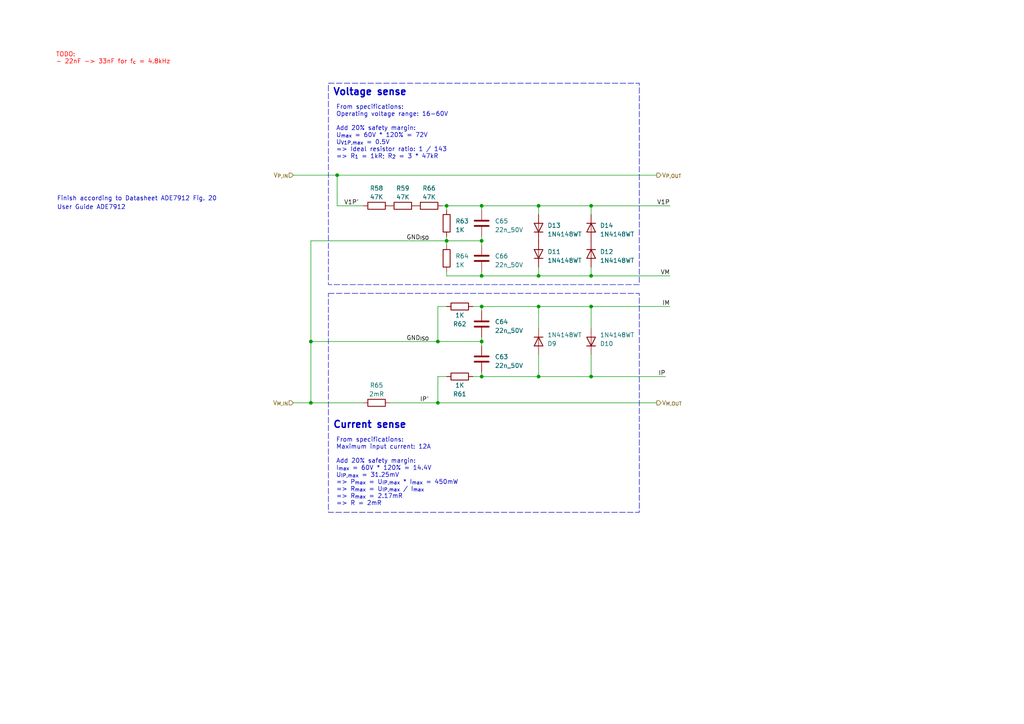
<source format=kicad_sch>
(kicad_sch (version 20230121) (generator eeschema)
  (paper "A4")
  (lib_symbols
    (symbol "_C_0603:22n_50V" (pin_numbers hide) (pin_names (offset 0.254))
      (property "Reference" "C" (at 0.635 2.54 0))
      (property "Value" "22n_50V" (at 0.635 -2.54 0))
      (symbol "22n_50V_0_1"
        (polyline (pts (xy -2.032 -0.762) (xy 2.032 -0.762)) (stroke (width 0.508)))
        (polyline (pts (xy -2.032 0.762) (xy 2.032 0.762)) (stroke (width 0.508)))
      )
      (symbol "22n_50V_1_1"
        (pin passive line (at 0 3.81 270) (length 2.794) (name "~") (number "1"))
        (pin passive line (at 0 -3.81 90) (length 2.794) (name "~") (number "2"))
      )
    )
    (symbol "_Diode:1N4148WT" (pin_numbers hide) (pin_names (offset 1.016) hide)
      (property "Reference" "D" (at 0 2.54 0))
      (property "Value" "1N4148WT" (at 0 -2.54 0))
      (symbol "1N4148WT_0_1"
        (polyline (pts (xy -1.27 1.27) (xy -1.27 -1.27)) (stroke (width 0.254)))
        (polyline (pts (xy 1.27 0) (xy -1.27 0)))
        (polyline (pts (xy 1.27 1.27) (xy 1.27 -1.27) (xy -1.27 0) (xy 1.27 1.27)) (stroke (width 0.254)))
      )
      (symbol "1N4148WT_1_1"
        (pin passive line (at -3.81 0 0) (length 2.54) (name "K") (number "1"))
        (pin passive line (at 3.81 0 180) (length 2.54) (name "A") (number "2"))
      )
    )
    (symbol "_R_0603:1K" (pin_numbers hide) (pin_names (offset 0))
      (property "Reference" "R" (at 2.032 0 90))
      (property "Value" "1K" (at 0 0 90))
      (symbol "1K_0_1"
        (rectangle (start -1.016 -2.54) (end 1.016 2.54) (stroke (width 0.254)))
      )
      (symbol "1K_1_1"
        (pin passive line (at 0 3.81 270) (length 1.27) (name "~") (number "1"))
        (pin passive line (at 0 -3.81 90) (length 1.27) (name "~") (number "2"))
      )
    )
    (symbol "_R_0603:47K" (pin_numbers hide) (pin_names (offset 0))
      (property "Reference" "R" (at 2.032 0 90))
      (property "Value" "47K" (at 0 0 90))
      (symbol "47K_0_1"
        (rectangle (start -1.016 -2.54) (end 1.016 2.54) (stroke (width 0.254)))
      )
      (symbol "47K_1_1"
        (pin passive line (at 0 3.81 270) (length 1.27) (name "~") (number "1"))
        (pin passive line (at 0 -3.81 90) (length 1.27) (name "~") (number "2"))
      )
    )
    (symbol "_R_2512:2mR" (pin_numbers hide) (pin_names (offset 0))
      (property "Reference" "R" (at 2.032 0 90))
      (property "Value" "2mR" (at 0 0 90))
      (symbol "2mR_0_1"
        (rectangle (start -1.016 -2.54) (end 1.016 2.54) (stroke (width 0.254)))
      )
      (symbol "2mR_1_1"
        (pin passive line (at 0 3.81 270) (length 1.27) (name "~") (number "1"))
        (pin passive line (at 0 -3.81 90) (length 1.27) (name "~") (number "2"))
      )
    )
  )
  (junction (at 156.21 59.69))
  (junction (at 129.54 69.85))
  (junction (at 139.7 109.22))
  (junction (at 127 116.84))
  (junction (at 171.45 80.01))
  (junction (at 90.17 116.84))
  (junction (at 139.7 69.85))
  (junction (at 156.21 80.01))
  (junction (at 139.7 99.06))
  (junction (at 127 99.06))
  (junction (at 139.7 59.69))
  (junction (at 139.7 80.01))
  (junction (at 156.21 109.22))
  (junction (at 90.17 99.06))
  (junction (at 97.79 50.8))
  (junction (at 156.21 88.9))
  (junction (at 129.54 59.69))
  (junction (at 139.7 88.9))
  (junction (at 171.45 59.69))
  (junction (at 171.45 109.22))
  (junction (at 171.45 88.9))
  (wire (pts (xy 139.7 69.85) (xy 139.7 71.12)))
  (wire (pts (xy 171.45 77.47) (xy 171.45 80.01)))
  (wire (pts (xy 127 116.84) (xy 190.5 116.84)))
  (wire (pts (xy 129.54 59.69) (xy 139.7 59.69)))
  (wire (pts (xy 97.79 50.8) (xy 190.5 50.8)))
  (wire (pts (xy 171.45 102.87) (xy 171.45 109.22)))
  (wire (pts (xy 171.45 88.9) (xy 194.31 88.9)))
  (wire (pts (xy 129.54 80.01) (xy 129.54 78.74)))
  (wire (pts (xy 139.7 109.22) (xy 139.7 107.95)))
  (wire (pts (xy 171.45 80.01) (xy 156.21 80.01)))
  (wire (pts (xy 171.45 109.22) (xy 193.04 109.22)))
  (wire (pts (xy 129.54 69.85) (xy 139.7 69.85)))
  (wire (pts (xy 129.54 60.96) (xy 129.54 59.69)))
  (wire (pts (xy 139.7 90.17) (xy 139.7 88.9)))
  (wire (pts (xy 156.21 80.01) (xy 139.7 80.01)))
  (wire (pts (xy 97.79 59.69) (xy 105.41 59.69)))
  (wire (pts (xy 156.21 80.01) (xy 156.21 77.47)))
  (wire (pts (xy 156.21 62.23) (xy 156.21 59.69)))
  (wire (pts (xy 129.54 80.01) (xy 139.7 80.01)))
  (wire (pts (xy 127 99.06) (xy 139.7 99.06)))
  (wire (pts (xy 156.21 102.87) (xy 156.21 109.22)))
  (wire (pts (xy 137.16 109.22) (xy 139.7 109.22)))
  (wire (pts (xy 171.45 109.22) (xy 156.21 109.22)))
  (wire (pts (xy 171.45 95.25) (xy 171.45 88.9)))
  (wire (pts (xy 156.21 95.25) (xy 156.21 88.9)))
  (wire (pts (xy 127 88.9) (xy 127 99.06)))
  (wire (pts (xy 129.54 68.58) (xy 129.54 69.85)))
  (wire (pts (xy 129.54 88.9) (xy 127 88.9)))
  (wire (pts (xy 139.7 68.58) (xy 139.7 69.85)))
  (wire (pts (xy 171.45 80.01) (xy 194.31 80.01)))
  (wire (pts (xy 171.45 88.9) (xy 156.21 88.9)))
  (wire (pts (xy 90.17 99.06) (xy 127 99.06)))
  (wire (pts (xy 127 116.84) (xy 127 109.22)))
  (wire (pts (xy 90.17 116.84) (xy 105.41 116.84)))
  (wire (pts (xy 139.7 109.22) (xy 156.21 109.22)))
  (wire (pts (xy 171.45 59.69) (xy 156.21 59.69)))
  (wire (pts (xy 129.54 69.85) (xy 129.54 71.12)))
  (wire (pts (xy 171.45 62.23) (xy 171.45 59.69)))
  (wire (pts (xy 90.17 99.06) (xy 90.17 69.85)))
  (wire (pts (xy 113.03 116.84) (xy 127 116.84)))
  (wire (pts (xy 85.09 116.84) (xy 90.17 116.84)))
  (wire (pts (xy 139.7 88.9) (xy 137.16 88.9)))
  (wire (pts (xy 139.7 100.33) (xy 139.7 99.06)))
  (wire (pts (xy 127 109.22) (xy 129.54 109.22)))
  (wire (pts (xy 90.17 69.85) (xy 129.54 69.85)))
  (wire (pts (xy 139.7 78.74) (xy 139.7 80.01)))
  (wire (pts (xy 90.17 116.84) (xy 90.17 99.06)))
  (wire (pts (xy 171.45 59.69) (xy 194.31 59.69)))
  (wire (pts (xy 139.7 59.69) (xy 139.7 60.96)))
  (wire (pts (xy 156.21 88.9) (xy 139.7 88.9)))
  (wire (pts (xy 139.7 99.06) (xy 139.7 97.79)))
  (wire (pts (xy 156.21 59.69) (xy 139.7 59.69)))
  (wire (pts (xy 85.09 50.8) (xy 97.79 50.8)))
  (wire (pts (xy 128.27 59.69) (xy 129.54 59.69)))
  (wire (pts (xy 97.79 59.69) (xy 97.79 50.8)))
  (rectangle (start 95.25 24.13) (end 185.42 82.55) (stroke (width 0) (type dash)))
  (rectangle (start 95.25 85.09) (end 185.42 148.59) (stroke (width 0) (type dash)))
  (text_box "From specifications:\nOperating voltage range: 16-60V\n\nAdd 20% safety margin:\nU_{max} = 60V * 120% = 72V\nU_{V1P,max} = 0.5V\n=> Ideal resistor ratio: 1 / 143\n=> R_{1} = 1kR; R_{2} = 3 * 47kR" (at 96.52 29.21 0) (size 41.91 17.78) (stroke (width -0.0001)) (effects (font (size 1.27 1.27)) (justify left top)))
  (text_box "TODO: \n- 22nF -> 33nF for f_{c} = 4.8kHz" (at 15.24 13.97 0) (size 40.64 10.16) (stroke (width -0.0001)) (effects (font (size 1.27 1.27)) (justify left top)))
  (text_box "From specifications:\nMaximum input current: 12A\n\nAdd 20% safety margin:\nI_{max} = 60V * 120% = 14.4V\nU_{IP,max} = 31.25mV\n=> P_{max} = U_{IP,max} * I_{max} = 450mW\n=> R_{max} = U_{IP,max} / I_{max}\n=> R_{max} = 2.17mR\n=> R = 2mR" (at 96.52 125.73 0) (size 41.91 22.86) (stroke (width -0.0001)) (effects (font (size 1.27 1.27)) (justify left top)))
  (text "Finish according to Datasheet ADE7912 Fig. 20" (at 16.51 58.42 0) (effects (font (size 1.27 1.27)) (justify left bottom)))
  (text "User Guide ADE7912" (at 16.51 60.96 0) (effects (font (size 1.27 1.27)) (justify left bottom)))
  (text "Voltage sense" (at 96.52 27.94 0) (effects (font (size 2 2) (thickness 0.4) bold) (justify left bottom)))
  (text "Current sense" (at 96.52 124.46 0) (effects (font (size 2 2) (thickness 0.4) bold) (justify left bottom)))
  (label "GND_{ISO}" (at 124.46 69.85 180))
  (label "IP" (at 193.04 109.22 180))
  (label "V1P" (at 194.31 59.69 180))
  (label "V1P'" (at 104.14 59.69 180))
  (label "IP'" (at 124.46 116.84 180))
  (label "IM" (at 194.31 88.9 180))
  (label "GND_{ISO}" (at 124.46 99.06 180))
  (label "VM" (at 194.31 80.01 180))
  (hierarchical_label "V_{M,IN}" (shape input) (at 85.09 116.84 180))
  (hierarchical_label "V_{P,OUT}" (shape output) (at 190.5 50.8 0))
  (hierarchical_label "V_{P,IN}" (shape input) (at 85.09 50.8 180))
  (hierarchical_label "V_{M,OUT}" (shape output) (at 190.5 116.84 0))
  (symbol (lib_id "_Diode:1N4148WT") (at 171.45 66.04 270) (unit 1)
    (property "Reference" "D14" (at 173.99 65.405 90) (effects (justify left)))
    (property "Value" "1N4148WT" (at 173.99 67.945 90) (effects (justify left)))
    (property "Footprint" "Diode_SMD:D_0603_1608Metric" (effects hide))
    (property "Sim.Device" "D" (effects hide))
    (property "Sim.Pins" "1=K 2=A" (effects hide))
    (property "OC_MOUSER" "750-CDSU4148" (effects hide))
  )
  (symbol (lib_id "_R_0603:47K") (at 109.22 59.69 90) (unit 1)
    (property "Reference" "R58" (at 109.22 54.61 90))
    (property "Value" "47K" (at 109.22 57.15 90))
    (property "Footprint" "Resistor_SMD:R_0603_1608Metric" (effects hide))
    (property "OC_LCSC" "C25819" (effects hide))
  )
  (symbol (lib_id "_Diode:1N4148WT") (at 171.45 99.06 270) (mirror x) (unit 1)
    (property "Reference" "D10" (at 173.99 99.695 90) (effects (justify left)))
    (property "Value" "1N4148WT" (at 173.99 97.155 90) (effects (justify left)))
    (property "Footprint" "Diode_SMD:D_0603_1608Metric" (effects hide))
    (property "Sim.Device" "D" (effects hide))
    (property "Sim.Pins" "1=K 2=A" (effects hide))
    (property "OC_MOUSER" "750-CDSU4148" (effects hide))
  )
  (symbol (lib_id "_R_0603:1K") (at 129.54 74.93 0) (unit 1)
    (property "Reference" "R64" (at 132.08 74.295 0) (effects (justify left)))
    (property "Value" "1K" (at 132.08 76.835 0) (effects (justify left)))
    (property "Footprint" "Resistor_SMD:R_0603_1608Metric" (effects hide))
    (property "OC_MOUSER" "603-AC0603FR-071KL" (effects hide))
  )
  (symbol (lib_id "_Diode:1N4148WT") (at 156.21 99.06 90) (mirror x) (unit 1)
    (property "Reference" "D9" (at 158.75 99.695 90) (effects (justify right)))
    (property "Value" "1N4148WT" (at 158.75 97.155 90) (effects (justify right)))
    (property "Footprint" "Diode_SMD:D_0603_1608Metric" (effects hide))
    (property "Sim.Device" "D" (effects hide))
    (property "Sim.Pins" "1=K 2=A" (effects hide))
    (property "OC_MOUSER" "750-CDSU4148" (effects hide))
  )
  (symbol (lib_id "_R_0603:47K") (at 116.84 59.69 90) (unit 1)
    (property "Reference" "R59" (at 116.84 54.61 90))
    (property "Value" "47K" (at 116.84 57.15 90))
    (property "Footprint" "Resistor_SMD:R_0603_1608Metric" (effects hide))
    (property "OC_LCSC" "C25819" (effects hide))
  )
  (symbol (lib_id "_Diode:1N4148WT") (at 171.45 73.66 270) (unit 1)
    (property "Reference" "D12" (at 173.99 73.025 90) (effects (justify left)))
    (property "Value" "1N4148WT" (at 173.99 75.565 90) (effects (justify left)))
    (property "Footprint" "Diode_SMD:D_0603_1608Metric" (effects hide))
    (property "Sim.Device" "D" (effects hide))
    (property "Sim.Pins" "1=K 2=A" (effects hide))
    (property "OC_MOUSER" "750-CDSU4148" (effects hide))
  )
  (symbol (lib_id "_C_0603:22n_50V") (at 139.7 74.93 0) (unit 1)
    (property "Reference" "C66" (at 143.51 74.295 0) (effects (justify left)))
    (property "Value" "22n_50V" (at 143.51 76.835 0) (effects (justify left)))
    (property "Footprint" "Capacitor_SMD:C_0603_1608Metric" (effects hide))
    (property "OC_LCSC" "C1532" (effects hide))
  )
  (symbol (lib_id "_R_0603:1K") (at 129.54 64.77 0) (unit 1)
    (property "Reference" "R63" (at 132.08 64.135 0) (effects (justify left)))
    (property "Value" "1K" (at 132.08 66.675 0) (effects (justify left)))
    (property "Footprint" "Resistor_SMD:R_0603_1608Metric" (effects hide))
    (property "OC_MOUSER" "603-AC0603FR-071KL" (effects hide))
  )
  (symbol (lib_id "_R_2512:2mR") (at 109.22 116.84 90) (unit 1)
    (property "Reference" "R65" (at 109.22 111.76 90))
    (property "Value" "2mR" (at 109.22 114.3 90))
    (property "Footprint" "Resistor_SMD:R_2512_6332Metric" (effects hide))
    (property "OC_MOUSER" "71-WSLP25122L000FEA" (effects hide))
  )
  (symbol (lib_id "_Diode:1N4148WT") (at 156.21 73.66 90) (unit 1)
    (property "Reference" "D11" (at 158.75 73.025 90) (effects (justify right)))
    (property "Value" "1N4148WT" (at 158.75 75.565 90) (effects (justify right)))
    (property "Footprint" "Diode_SMD:D_0603_1608Metric" (effects hide))
    (property "Sim.Device" "D" (effects hide))
    (property "Sim.Pins" "1=K 2=A" (effects hide))
    (property "OC_MOUSER" "750-CDSU4148" (effects hide))
  )
  (symbol (lib_id "_Diode:1N4148WT") (at 156.21 66.04 90) (unit 1)
    (property "Reference" "D13" (at 158.75 65.405 90) (effects (justify right)))
    (property "Value" "1N4148WT" (at 158.75 67.945 90) (effects (justify right)))
    (property "Footprint" "Diode_SMD:D_0603_1608Metric" (effects hide))
    (property "Sim.Device" "D" (effects hide))
    (property "Sim.Pins" "1=K 2=A" (effects hide))
    (property "OC_MOUSER" "750-CDSU4148" (effects hide))
  )
  (symbol (lib_id "_R_0603:47K") (at 124.46 59.69 90) (unit 1)
    (property "Reference" "R66" (at 124.46 54.61 90))
    (property "Value" "47K" (at 124.46 57.15 90))
    (property "Footprint" "Resistor_SMD:R_0603_1608Metric" (effects hide))
    (property "OC_LCSC" "C25819" (effects hide))
  )
  (symbol (lib_id "_C_0603:22n_50V") (at 139.7 93.98 0) (unit 1)
    (property "Reference" "C64" (at 143.51 93.345 0) (effects (justify left)))
    (property "Value" "22n_50V" (at 143.51 95.885 0) (effects (justify left)))
    (property "Footprint" "Capacitor_SMD:C_0603_1608Metric" (effects hide))
    (property "OC_LCSC" "C1532" (effects hide))
  )
  (symbol (lib_id "_R_0603:1K") (at 133.35 109.22 90) (mirror x) (unit 1)
    (property "Reference" "R61" (at 133.35 114.3 90))
    (property "Value" "1K" (at 133.35 111.76 90))
    (property "Footprint" "Resistor_SMD:R_0603_1608Metric" (effects hide))
    (property "OC_MOUSER" "603-AC0603FR-071KL" (effects hide))
  )
  (symbol (lib_id "_C_0603:22n_50V") (at 139.7 104.14 0) (unit 1)
    (property "Reference" "C63" (at 143.51 103.505 0) (effects (justify left)))
    (property "Value" "22n_50V" (at 143.51 106.045 0) (effects (justify left)))
    (property "Footprint" "Capacitor_SMD:C_0603_1608Metric" (effects hide))
    (property "OC_LCSC" "C1532" (effects hide))
  )
  (symbol (lib_id "_C_0603:22n_50V") (at 139.7 64.77 0) (unit 1)
    (property "Reference" "C65" (at 143.51 64.135 0) (effects (justify left)))
    (property "Value" "22n_50V" (at 143.51 66.675 0) (effects (justify left)))
    (property "Footprint" "Capacitor_SMD:C_0603_1608Metric" (effects hide))
    (property "OC_LCSC" "C1532" (effects hide))
  )
  (symbol (lib_id "_R_0603:1K") (at 133.35 88.9 90) (mirror x) (unit 1)
    (property "Reference" "R62" (at 133.35 93.98 90))
    (property "Value" "1K" (at 133.35 91.44 90))
    (property "Footprint" "Resistor_SMD:R_0603_1608Metric" (effects hide))
    (property "OC_MOUSER" "603-AC0603FR-071KL" (effects hide))
  )
)
</source>
